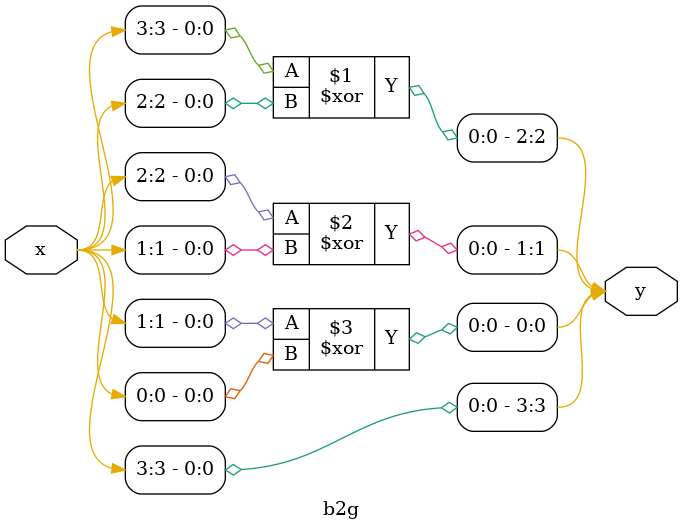
<source format=v>
module b2g (
    input [3:0]x, output [3:0]y
);
    assign y[3] = x[3];
    assign y[2] = x[3]^x[2];
    assign y[1] = x[2]^x[1];
    assign y[0] = x[1]^x[0];
endmodule
</source>
